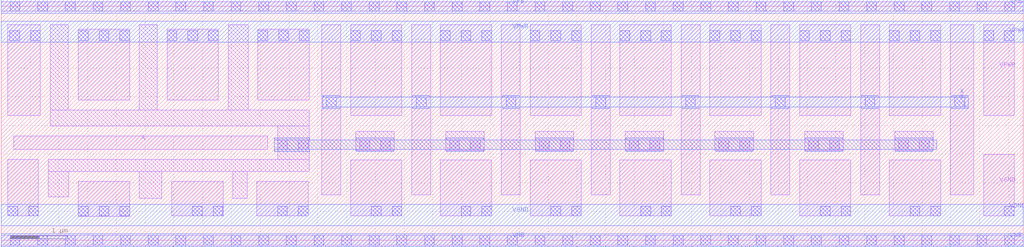
<source format=lef>
# Copyright 2020 The SkyWater PDK Authors
#
# Licensed under the Apache License, Version 2.0 (the "License");
# you may not use this file except in compliance with the License.
# You may obtain a copy of the License at
#
#     https://www.apache.org/licenses/LICENSE-2.0
#
# Unless required by applicable law or agreed to in writing, software
# distributed under the License is distributed on an "AS IS" BASIS,
# WITHOUT WARRANTIES OR CONDITIONS OF ANY KIND, either express or implied.
# See the License for the specific language governing permissions and
# limitations under the License.
#
# SPDX-License-Identifier: Apache-2.0

VERSION 5.7 ;
  NAMESCASESENSITIVE ON ;
  NOWIREEXTENSIONATPIN ON ;
  DIVIDERCHAR "/" ;
  BUSBITCHARS "[]" ;
UNITS
  DATABASE MICRONS 200 ;
END UNITS
MACRO sky130_fd_sc_hvl__buf_16
  CLASS CORE ;
  SOURCE USER ;
  FOREIGN sky130_fd_sc_hvl__buf_16 ;
  ORIGIN  0.000000  0.000000 ;
  SIZE  17.76000 BY  4.070000 ;
  SYMMETRY X Y ;
  SITE unithv ;
  PIN A
    ANTENNAGATEAREA  6.750000 ;
    DIRECTION INPUT ;
    USE SIGNAL ;
    PORT
      LAYER li1 ;
        RECT 0.220000 1.580000 4.630000 1.815000 ;
    END
  END A
  PIN X
    ANTENNADIFFAREA  5.040000 ;
    DIRECTION OUTPUT ;
    USE SIGNAL ;
    PORT
      LAYER li1 ;
        RECT  5.570000 0.790000  5.900000 3.755000 ;
        RECT  7.130000 0.790000  7.460000 3.755000 ;
        RECT  8.690000 0.790000  9.020000 3.755000 ;
        RECT 10.250000 0.790000 10.580000 3.755000 ;
        RECT 11.810000 0.790000 12.140000 3.755000 ;
        RECT 13.370000 0.790000 13.700000 3.755000 ;
        RECT 14.930000 0.790000 15.260000 3.755000 ;
        RECT 16.490000 0.790000 16.900000 3.755000 ;
      LAYER mcon ;
        RECT  5.650000 2.320000  5.820000 2.490000 ;
        RECT  7.210000 2.320000  7.380000 2.490000 ;
        RECT  8.770000 2.320000  8.940000 2.490000 ;
        RECT 10.330000 2.320000 10.500000 2.490000 ;
        RECT 11.890000 2.320000 12.060000 2.490000 ;
        RECT 13.450000 2.320000 13.620000 2.490000 ;
        RECT 15.010000 2.320000 15.180000 2.490000 ;
        RECT 16.570000 2.320000 16.740000 2.490000 ;
      LAYER met1 ;
        RECT  5.590000 2.290000  5.880000 2.320000 ;
        RECT  5.590000 2.320000 16.800000 2.490000 ;
        RECT  5.590000 2.490000  5.880000 2.520000 ;
        RECT  7.150000 2.290000  7.440000 2.320000 ;
        RECT  7.150000 2.490000  7.440000 2.520000 ;
        RECT  8.710000 2.290000  9.000000 2.320000 ;
        RECT  8.710000 2.490000  9.000000 2.520000 ;
        RECT 10.270000 2.290000 10.560000 2.320000 ;
        RECT 10.270000 2.490000 10.560000 2.520000 ;
        RECT 11.830000 2.290000 12.120000 2.320000 ;
        RECT 11.830000 2.490000 12.120000 2.520000 ;
        RECT 13.390000 2.290000 13.680000 2.320000 ;
        RECT 13.390000 2.490000 13.680000 2.520000 ;
        RECT 14.950000 2.290000 15.240000 2.320000 ;
        RECT 14.950000 2.490000 15.240000 2.520000 ;
        RECT 16.510000 2.290000 16.800000 2.320000 ;
        RECT 16.510000 2.490000 16.800000 2.520000 ;
    END
  END X
  PIN VGND
    DIRECTION INOUT ;
    USE GROUND ;
    PORT
      LAYER li1 ;
        RECT  0.110000 0.425000  0.645000 1.410000 ;
        RECT  1.340000 0.415000  2.230000 1.025000 ;
        RECT  2.960000 0.425000  3.855000 1.025000 ;
        RECT  4.440000 0.425000  5.330000 1.025000 ;
        RECT  6.070000 0.425000  6.960000 1.395000 ;
        RECT  7.630000 0.425000  8.520000 1.395000 ;
        RECT  9.190000 0.425000 10.080000 1.395000 ;
        RECT 10.750000 0.425000 11.640000 1.395000 ;
        RECT 12.310000 0.425000 13.200000 1.395000 ;
        RECT 13.870000 0.425000 14.760000 1.395000 ;
        RECT 15.430000 0.425000 16.320000 1.395000 ;
        RECT 17.070000 0.425000 17.600000 1.495000 ;
      LAYER mcon ;
        RECT  0.115000 0.425000  0.285000 0.595000 ;
        RECT  0.475000 0.425000  0.645000 0.595000 ;
        RECT  1.340000 0.425000  1.510000 0.595000 ;
        RECT  1.700000 0.425000  1.870000 0.595000 ;
        RECT  2.060000 0.425000  2.230000 0.595000 ;
        RECT  3.320000 0.425000  3.490000 0.595000 ;
        RECT  3.680000 0.425000  3.850000 0.595000 ;
        RECT  4.800000 0.425000  4.970000 0.595000 ;
        RECT  5.160000 0.425000  5.330000 0.595000 ;
        RECT  6.430000 0.425000  6.600000 0.595000 ;
        RECT  6.790000 0.425000  6.960000 0.595000 ;
        RECT  7.990000 0.425000  8.160000 0.595000 ;
        RECT  8.350000 0.425000  8.520000 0.595000 ;
        RECT  9.550000 0.425000  9.720000 0.595000 ;
        RECT  9.910000 0.425000 10.080000 0.595000 ;
        RECT 11.110000 0.425000 11.280000 0.595000 ;
        RECT 11.470000 0.425000 11.640000 0.595000 ;
        RECT 12.670000 0.425000 12.840000 0.595000 ;
        RECT 13.030000 0.425000 13.200000 0.595000 ;
        RECT 14.230000 0.425000 14.400000 0.595000 ;
        RECT 14.590000 0.425000 14.760000 0.595000 ;
        RECT 15.790000 0.425000 15.960000 0.595000 ;
        RECT 16.150000 0.425000 16.320000 0.595000 ;
        RECT 17.430000 0.425000 17.600000 0.595000 ;
      LAYER met1 ;
        RECT 0.000000 0.255000 17.760000 0.625000 ;
    END
  END VGND
  PIN VNB
    DIRECTION INOUT ;
    USE GROUND ;
    PORT
      LAYER li1 ;
        RECT 0.000000 -0.085000 17.760000 0.085000 ;
      LAYER mcon ;
        RECT  0.155000 -0.085000  0.325000 0.085000 ;
        RECT  0.635000 -0.085000  0.805000 0.085000 ;
        RECT  1.115000 -0.085000  1.285000 0.085000 ;
        RECT  1.595000 -0.085000  1.765000 0.085000 ;
        RECT  2.075000 -0.085000  2.245000 0.085000 ;
        RECT  2.555000 -0.085000  2.725000 0.085000 ;
        RECT  3.035000 -0.085000  3.205000 0.085000 ;
        RECT  3.515000 -0.085000  3.685000 0.085000 ;
        RECT  3.995000 -0.085000  4.165000 0.085000 ;
        RECT  4.475000 -0.085000  4.645000 0.085000 ;
        RECT  4.955000 -0.085000  5.125000 0.085000 ;
        RECT  5.435000 -0.085000  5.605000 0.085000 ;
        RECT  5.915000 -0.085000  6.085000 0.085000 ;
        RECT  6.395000 -0.085000  6.565000 0.085000 ;
        RECT  6.875000 -0.085000  7.045000 0.085000 ;
        RECT  7.355000 -0.085000  7.525000 0.085000 ;
        RECT  7.835000 -0.085000  8.005000 0.085000 ;
        RECT  8.315000 -0.085000  8.485000 0.085000 ;
        RECT  8.795000 -0.085000  8.965000 0.085000 ;
        RECT  9.275000 -0.085000  9.445000 0.085000 ;
        RECT  9.755000 -0.085000  9.925000 0.085000 ;
        RECT 10.235000 -0.085000 10.405000 0.085000 ;
        RECT 10.715000 -0.085000 10.885000 0.085000 ;
        RECT 11.195000 -0.085000 11.365000 0.085000 ;
        RECT 11.675000 -0.085000 11.845000 0.085000 ;
        RECT 12.155000 -0.085000 12.325000 0.085000 ;
        RECT 12.635000 -0.085000 12.805000 0.085000 ;
        RECT 13.115000 -0.085000 13.285000 0.085000 ;
        RECT 13.595000 -0.085000 13.765000 0.085000 ;
        RECT 14.075000 -0.085000 14.245000 0.085000 ;
        RECT 14.555000 -0.085000 14.725000 0.085000 ;
        RECT 15.035000 -0.085000 15.205000 0.085000 ;
        RECT 15.515000 -0.085000 15.685000 0.085000 ;
        RECT 15.995000 -0.085000 16.165000 0.085000 ;
        RECT 16.475000 -0.085000 16.645000 0.085000 ;
        RECT 16.955000 -0.085000 17.125000 0.085000 ;
        RECT 17.435000 -0.085000 17.605000 0.085000 ;
      LAYER met1 ;
        RECT 0.000000 -0.115000 17.760000 0.115000 ;
    END
  END VNB
  PIN VPB
    DIRECTION INOUT ;
    USE POWER ;
    PORT
      LAYER li1 ;
        RECT 0.000000 3.985000 17.760000 4.155000 ;
      LAYER mcon ;
        RECT  0.155000 3.985000  0.325000 4.155000 ;
        RECT  0.635000 3.985000  0.805000 4.155000 ;
        RECT  1.115000 3.985000  1.285000 4.155000 ;
        RECT  1.595000 3.985000  1.765000 4.155000 ;
        RECT  2.075000 3.985000  2.245000 4.155000 ;
        RECT  2.555000 3.985000  2.725000 4.155000 ;
        RECT  3.035000 3.985000  3.205000 4.155000 ;
        RECT  3.515000 3.985000  3.685000 4.155000 ;
        RECT  3.995000 3.985000  4.165000 4.155000 ;
        RECT  4.475000 3.985000  4.645000 4.155000 ;
        RECT  4.955000 3.985000  5.125000 4.155000 ;
        RECT  5.435000 3.985000  5.605000 4.155000 ;
        RECT  5.915000 3.985000  6.085000 4.155000 ;
        RECT  6.395000 3.985000  6.565000 4.155000 ;
        RECT  6.875000 3.985000  7.045000 4.155000 ;
        RECT  7.355000 3.985000  7.525000 4.155000 ;
        RECT  7.835000 3.985000  8.005000 4.155000 ;
        RECT  8.315000 3.985000  8.485000 4.155000 ;
        RECT  8.795000 3.985000  8.965000 4.155000 ;
        RECT  9.275000 3.985000  9.445000 4.155000 ;
        RECT  9.755000 3.985000  9.925000 4.155000 ;
        RECT 10.235000 3.985000 10.405000 4.155000 ;
        RECT 10.715000 3.985000 10.885000 4.155000 ;
        RECT 11.195000 3.985000 11.365000 4.155000 ;
        RECT 11.675000 3.985000 11.845000 4.155000 ;
        RECT 12.155000 3.985000 12.325000 4.155000 ;
        RECT 12.635000 3.985000 12.805000 4.155000 ;
        RECT 13.115000 3.985000 13.285000 4.155000 ;
        RECT 13.595000 3.985000 13.765000 4.155000 ;
        RECT 14.075000 3.985000 14.245000 4.155000 ;
        RECT 14.555000 3.985000 14.725000 4.155000 ;
        RECT 15.035000 3.985000 15.205000 4.155000 ;
        RECT 15.515000 3.985000 15.685000 4.155000 ;
        RECT 15.995000 3.985000 16.165000 4.155000 ;
        RECT 16.475000 3.985000 16.645000 4.155000 ;
        RECT 16.955000 3.985000 17.125000 4.155000 ;
        RECT 17.435000 3.985000 17.605000 4.155000 ;
      LAYER met1 ;
        RECT 0.000000 3.955000 17.760000 4.185000 ;
    END
  END VPB
  PIN VPWR
    DIRECTION INOUT ;
    USE POWER ;
    PORT
      LAYER li1 ;
        RECT  0.110000 2.175000  0.680000 3.755000 ;
        RECT  1.340000 2.445000  2.230000 3.675000 ;
        RECT  2.880000 2.445000  3.770000 3.675000 ;
        RECT  4.460000 2.445000  5.350000 3.675000 ;
        RECT  6.070000 2.175000  6.960000 3.755000 ;
        RECT  7.630000 2.175000  8.520000 3.755000 ;
        RECT  9.190000 2.175000 10.080000 3.755000 ;
        RECT 10.750000 2.175000 11.640000 3.755000 ;
        RECT 12.310000 2.175000 13.200000 3.755000 ;
        RECT 13.870000 2.175000 14.760000 3.755000 ;
        RECT 15.430000 2.175000 16.320000 3.755000 ;
        RECT 17.070000 2.175000 17.600000 3.755000 ;
      LAYER mcon ;
        RECT  0.150000 3.475000  0.320000 3.645000 ;
        RECT  0.510000 3.475000  0.680000 3.645000 ;
        RECT  1.340000 3.475000  1.510000 3.645000 ;
        RECT  1.700000 3.475000  1.870000 3.645000 ;
        RECT  2.060000 3.475000  2.230000 3.645000 ;
        RECT  2.880000 3.475000  3.050000 3.645000 ;
        RECT  3.240000 3.475000  3.410000 3.645000 ;
        RECT  3.600000 3.475000  3.770000 3.645000 ;
        RECT  4.460000 3.475000  4.630000 3.645000 ;
        RECT  4.820000 3.475000  4.990000 3.645000 ;
        RECT  5.180000 3.475000  5.350000 3.645000 ;
        RECT  6.070000 3.475000  6.240000 3.645000 ;
        RECT  6.430000 3.475000  6.600000 3.645000 ;
        RECT  6.790000 3.475000  6.960000 3.645000 ;
        RECT  7.630000 3.475000  7.800000 3.645000 ;
        RECT  7.990000 3.475000  8.160000 3.645000 ;
        RECT  8.350000 3.475000  8.520000 3.645000 ;
        RECT  9.190000 3.475000  9.360000 3.645000 ;
        RECT  9.550000 3.475000  9.720000 3.645000 ;
        RECT  9.910000 3.475000 10.080000 3.645000 ;
        RECT 10.750000 3.475000 10.920000 3.645000 ;
        RECT 11.110000 3.475000 11.280000 3.645000 ;
        RECT 11.470000 3.475000 11.640000 3.645000 ;
        RECT 12.310000 3.475000 12.480000 3.645000 ;
        RECT 12.670000 3.475000 12.840000 3.645000 ;
        RECT 13.030000 3.475000 13.200000 3.645000 ;
        RECT 13.870000 3.475000 14.040000 3.645000 ;
        RECT 14.230000 3.475000 14.400000 3.645000 ;
        RECT 14.590000 3.475000 14.760000 3.645000 ;
        RECT 15.430000 3.475000 15.600000 3.645000 ;
        RECT 15.790000 3.475000 15.960000 3.645000 ;
        RECT 16.150000 3.475000 16.320000 3.645000 ;
        RECT 17.070000 3.475000 17.240000 3.645000 ;
        RECT 17.430000 3.475000 17.600000 3.645000 ;
      LAYER met1 ;
        RECT 0.000000 3.445000 17.760000 3.815000 ;
    END
  END VPWR
  OBS
    LAYER li1 ;
      RECT  0.815000 0.755000  1.170000 1.195000 ;
      RECT  0.815000 1.195000  5.350000 1.410000 ;
      RECT  0.850000 1.985000  5.350000 2.265000 ;
      RECT  0.850000 2.265000  1.160000 3.755000 ;
      RECT  2.400000 0.730000  2.790000 1.195000 ;
      RECT  2.400000 2.265000  2.710000 3.755000 ;
      RECT  3.940000 2.265000  4.290000 3.755000 ;
      RECT  4.025000 0.730000  4.270000 1.195000 ;
      RECT  4.800000 1.410000  5.350000 1.985000 ;
      RECT  6.160000 1.565000  6.830000 1.895000 ;
      RECT  7.720000 1.565000  8.390000 1.895000 ;
      RECT  9.280000 1.565000  9.950000 1.895000 ;
      RECT 10.840000 1.565000 11.510000 1.895000 ;
      RECT 12.400000 1.565000 13.070000 1.895000 ;
      RECT 13.960000 1.565000 14.630000 1.895000 ;
      RECT 15.520000 1.565000 16.190000 1.895000 ;
    LAYER mcon ;
      RECT  4.800000 1.580000  4.970000 1.750000 ;
      RECT  5.160000 1.580000  5.330000 1.750000 ;
      RECT  6.230000 1.580000  6.400000 1.750000 ;
      RECT  6.590000 1.580000  6.760000 1.750000 ;
      RECT  7.790000 1.580000  7.960000 1.750000 ;
      RECT  8.150000 1.580000  8.320000 1.750000 ;
      RECT  9.350000 1.580000  9.520000 1.750000 ;
      RECT  9.710000 1.580000  9.880000 1.750000 ;
      RECT 10.910000 1.580000 11.080000 1.750000 ;
      RECT 11.270000 1.580000 11.440000 1.750000 ;
      RECT 12.470000 1.580000 12.640000 1.750000 ;
      RECT 12.830000 1.580000 13.000000 1.750000 ;
      RECT 14.030000 1.580000 14.200000 1.750000 ;
      RECT 14.390000 1.580000 14.560000 1.750000 ;
      RECT 15.590000 1.580000 15.760000 1.750000 ;
      RECT 15.950000 1.580000 16.120000 1.750000 ;
    LAYER met1 ;
      RECT  4.740000 1.550000  5.360000 1.580000 ;
      RECT  4.740000 1.580000 16.250000 1.750000 ;
      RECT  4.740000 1.750000  5.360000 1.780000 ;
      RECT  6.170000 1.550000  6.820000 1.580000 ;
      RECT  6.170000 1.750000  6.820000 1.780000 ;
      RECT  7.730000 1.550000  8.380000 1.580000 ;
      RECT  7.730000 1.750000  8.380000 1.780000 ;
      RECT  9.290000 1.550000  9.940000 1.580000 ;
      RECT  9.290000 1.750000  9.940000 1.780000 ;
      RECT 10.850000 1.550000 11.500000 1.580000 ;
      RECT 10.850000 1.750000 11.500000 1.780000 ;
      RECT 12.410000 1.550000 13.060000 1.580000 ;
      RECT 12.410000 1.750000 13.060000 1.780000 ;
      RECT 13.970000 1.550000 14.620000 1.580000 ;
      RECT 13.970000 1.750000 14.620000 1.780000 ;
      RECT 15.530000 1.550000 16.180000 1.580000 ;
      RECT 15.530000 1.750000 16.180000 1.780000 ;
  END
END sky130_fd_sc_hvl__buf_16

</source>
